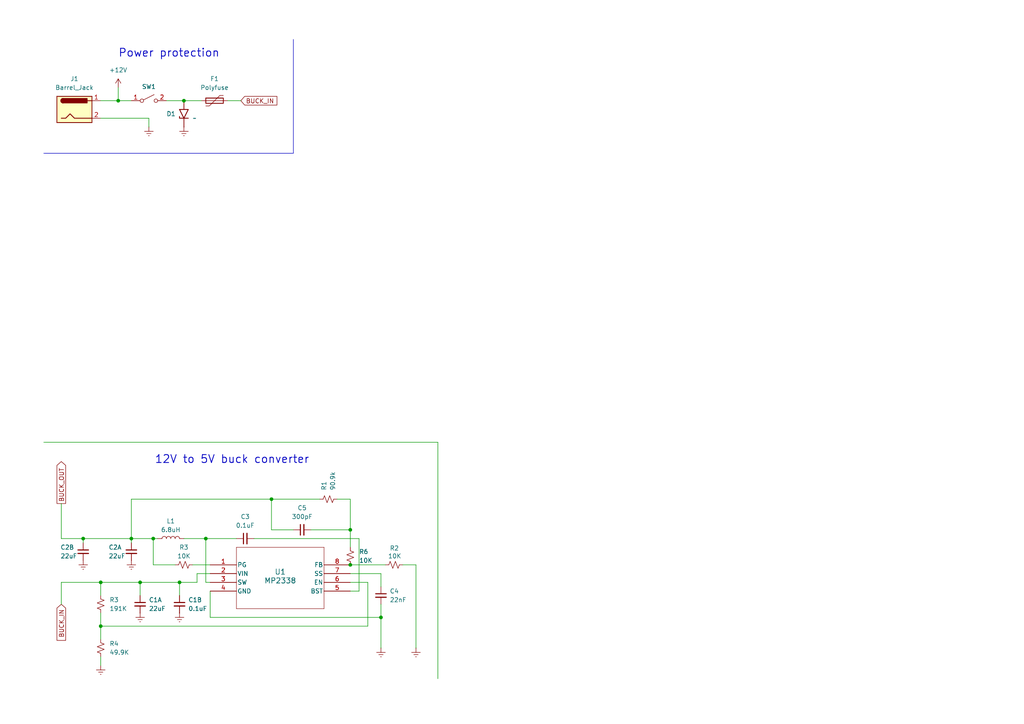
<source format=kicad_sch>
(kicad_sch (version 20250114) (generator "eeschema") (generator_version "9.0")
  (paper "A4")
  (title_block (title "LumenLab") (date "2025-08-31") (rev "v1") (comment 3 "Description: Interactive LED strip entertainment platform") (comment 4 "Author: Eric McDaniel"))
  (lib_symbols
    (symbol "1_Custom_MP2338:MP2338GTL-Z" (pin_names (offset 0.254))
      (property "Reference" "U" (at 20.32 10.16 0))
      (property "Value" "MP2338GTL-Z" (at 20.32 7.62 0))
      (symbol "MP2338GTL-Z_0_1"
        (polyline (pts (xy 7.62 5.08) (xy 7.62 -12.7)) (stroke (width 0.127)))
        (polyline (pts (xy 7.62 -12.7) (xy 33.02 -12.7)) (stroke (width 0.127)))
        (polyline (pts (xy 33.02 5.08) (xy 7.62 5.08)) (stroke (width 0.127)))
        (polyline (pts (xy 33.02 -12.7) (xy 33.02 5.08)) (stroke (width 0.127)))
        (pin output line (at 0 0 0) (length 7.62) (name "PG") (number "1"))
        (pin power_in line (at 0 -2.54 0) (length 7.62) (name "VIN") (number "2"))
        (pin output line (at 0 -5.08 0) (length 7.62) (name "SW") (number "3"))
        (pin power_in line (at 0 -7.62 0) (length 7.62) (name "GND") (number "4"))
        (pin output line (at 40.64 0 180) (length 7.62) (name "FB") (number "8"))
        (pin unspecified line (at 40.64 -2.54 180) (length 7.62) (name "SS") (number "7"))
        (pin input line (at 40.64 -5.08 180) (length 7.62) (name "EN") (number "6"))
        (pin power_in line (at 40.64 -7.62 180) (length 7.62) (name "BST") (number "5"))
      )
    )
    (symbol "Connector:Barrel_Jack" (pin_names (offset 1.016))
      (property "Reference" "J" (at 0 5.334 0))
      (property "Value" "Barrel_Jack" (at 0 -5.08 0))
      (symbol "Barrel_Jack_0_1"
        (rectangle (start -5.08 3.81) (end 5.08 -3.81) (stroke (width 0.254)) (fill (type background)))
        (polyline (pts (xy -3.81 -2.54) (xy -2.54 -2.54) (xy -1.27 -1.27) (xy 0 -2.54) (xy 2.54 -2.54) (xy 5.08 -2.54)) (stroke (width 0.254)))
        (arc (start -3.302 1.905) (mid -3.9343 2.54) (end -3.302 3.175) (stroke (width 0.254)))
        (arc (start -3.302 1.905) (mid -3.9343 2.54) (end -3.302 3.175) (stroke (width 0.254)) (fill (type outline)))
        (rectangle (start 3.683 3.175) (end -3.302 1.905) (stroke (width 0.254)) (fill (type outline)))
        (polyline (pts (xy 5.08 2.54) (xy 3.81 2.54)) (stroke (width 0.254)))
      )
      (symbol "Barrel_Jack_1_1"
        (pin passive line (at 7.62 2.54 180) (length 2.54) (name "~") (number "1"))
        (pin passive line (at 7.62 -2.54 180) (length 2.54) (name "~") (number "2"))
      )
    )
    (symbol "Device:C_Small" (pin_numbers (hide yes)) (pin_names (offset 0.254) (hide yes))
      (property "Reference" "C" (at 0.254 1.778 0))
      (property "Value" "C_Small" (at 0.254 -2.032 0))
      (symbol "C_Small_0_1"
        (polyline (pts (xy -1.524 0.508) (xy 1.524 0.508)) (stroke (width 0.3048)))
        (polyline (pts (xy -1.524 -0.508) (xy 1.524 -0.508)) (stroke (width 0.3302)))
      )
      (symbol "C_Small_1_1"
        (pin passive line (at 0 2.54 270) (length 2.032) (name "~") (number "1"))
        (pin passive line (at 0 -2.54 90) (length 2.032) (name "~") (number "2"))
      )
    )
    (symbol "Device:L" (pin_numbers (hide yes)) (pin_names (offset 1.016) (hide yes))
      (property "Reference" "L" (at -1.27 0 90))
      (property "Value" "L" (at 1.905 0 90))
      (symbol "L_0_1"
        (arc (start 0 2.54) (mid 0.6323 1.905) (end 0 1.27))
        (arc (start 0 1.27) (mid 0.6323 0.635) (end 0 0))
        (arc (start 0 0) (mid 0.6323 -0.635) (end 0 -1.27))
        (arc (start 0 -1.27) (mid 0.6323 -1.905) (end 0 -2.54))
      )
      (symbol "L_1_1"
        (pin passive line (at 0 3.81 270) (length 1.27) (name "1") (number "1"))
        (pin passive line (at 0 -3.81 90) (length 1.27) (name "2") (number "2"))
      )
    )
    (symbol "Device:Polyfuse" (pin_numbers (hide yes)) (pin_names (offset 0))
      (property "Reference" "F" (at -2.54 0 90))
      (property "Value" "Polyfuse" (at 2.54 0 90))
      (symbol "Polyfuse_0_1"
        (polyline (pts (xy -1.524 2.54) (xy -1.524 1.524) (xy 1.524 -1.524) (xy 1.524 -2.54)))
        (rectangle (start -0.762 2.54) (end 0.762 -2.54) (stroke (width 0.254)))
        (polyline (pts (xy 0 2.54) (xy 0 -2.54)))
      )
      (symbol "Polyfuse_1_1"
        (pin passive line (at 0 3.81 270) (length 1.27) (name "~") (number "1"))
        (pin passive line (at 0 -3.81 90) (length 1.27) (name "~") (number "2"))
      )
    )
    (symbol "Device:R_Small_US" (pin_numbers (hide yes)) (pin_names (offset 0.254) (hide yes))
      (property "Reference" "R" (at 0.762 0.508 0))
      (property "Value" "R_Small_US" (at 0.762 -1.016 0))
      (symbol "R_Small_US_1_1"
        (polyline (pts (xy 0 1.524) (xy 1.016 1.143) (xy 0 0.762) (xy -1.016 0.381) (xy 0 0)))
        (polyline (pts (xy 0 0) (xy 1.016 -0.381) (xy 0 -0.762) (xy -1.016 -1.143) (xy 0 -1.524)))
        (pin passive line (at 0 2.54 270) (length 1.016) (name "~") (number "1"))
        (pin passive line (at 0 -2.54 90) (length 1.016) (name "~") (number "2"))
      )
    )
    (symbol "Diode:1.5SMCxxA" (pin_numbers (hide yes)) (pin_names (offset 1.016) (hide yes))
      (property "Reference" "D" (at 0 2.54 0))
      (property "Value" "1.5SMCxxA" (at 0 -2.54 0))
      (symbol "1.5SMCxxA_0_1"
        (polyline (pts (xy -0.762 1.27) (xy -1.27 1.27) (xy -1.27 -1.27)) (stroke (width 0.254)))
        (polyline (pts (xy 1.27 1.27) (xy 1.27 -1.27) (xy -1.27 0) (xy 1.27 1.27)) (stroke (width 0.254)))
      )
      (symbol "1.5SMCxxA_1_1"
        (pin passive line (at -3.81 0 0) (length 2.54) (name "A1") (number "1"))
        (pin passive line (at 3.81 0 180) (length 2.54) (name "A2") (number "2"))
      )
    )
    (symbol "Switch:SW_SPST" (pin_names (offset 0) (hide yes))
      (property "Reference" "SW" (at 0 3.175 0))
      (property "Value" "SW_SPST" (at 0 -2.54 0))
      (symbol "SW_SPST_0_0"
        (circle (center -2.032 0) (radius 0.508))
        (polyline (pts (xy -1.524 0.254) (xy 1.524 1.778)))
        (circle (center 2.032 0) (radius 0.508))
      )
      (symbol "SW_SPST_1_1"
        (pin passive line (at -5.08 0 0) (length 2.54) (name "A") (number "1"))
        (pin passive line (at 5.08 0 180) (length 2.54) (name "B") (number "2"))
      )
    )
    (symbol "power:+12V" (power) (pin_numbers (hide yes)) (pin_names (offset 0) (hide yes))
      (property "Value" "+12V" (at 0 3.556 0))
      (symbol "+12V_0_1"
        (polyline (pts (xy -0.762 1.27) (xy 0 2.54)))
        (polyline (pts (xy 0 2.54) (xy 0.762 1.27)))
        (polyline (pts (xy 0 0) (xy 0 2.54)))
      )
      (symbol "+12V_1_1"
        (pin power_in line (at 0 0 90) (length 0) (name "~") (number "1"))
      )
    )
    (symbol "power:Earth" (power) (pin_numbers (hide yes)) (pin_names (offset 0) (hide yes))
      (property "Value" "Earth" (at 0 -3.81 0))
      (symbol "Earth_0_1"
        (polyline (pts (xy -0.635 -1.905) (xy 0.635 -1.905)))
        (polyline (pts (xy -0.127 -2.54) (xy 0.127 -2.54)))
        (polyline (pts (xy 0 -1.27) (xy 0 0)))
        (polyline (pts (xy 1.27 -1.27) (xy -1.27 -1.27)))
      )
      (symbol "Earth_1_1"
        (pin power_in line (at 0 0 270) (length 0) (name "~") (number "1"))
      )
    )
  )
  (text "12V to 5V buck converter" (at 67.31 133.35 0) (effects (font (size 2.286 2.286) (thickness 0.2381))))
  (text "Power protection" (at 49.022 15.494 0) (effects (font (size 2.286 2.286) (thickness 0.2381))))
  (junction (at 40.64 168.91))
  (junction (at 29.21 181.61))
  (junction (at 38.1 156.21))
  (junction (at 101.6 163.83))
  (junction (at 44.45 156.21))
  (junction (at 53.34 29.21))
  (junction (at 29.21 168.91))
  (junction (at 110.49 179.07))
  (junction (at 101.6 153.67))
  (junction (at 34.29 29.21))
  (junction (at 78.74 144.78))
  (junction (at 24.13 156.21))
  (junction (at 59.69 156.21))
  (junction (at 52.07 168.91))
  (wire (pts (xy 17.78 146.05) (xy 17.78 156.21)))
  (wire (pts (xy 38.1 156.21) (xy 44.45 156.21)))
  (wire (pts (xy 110.49 187.96) (xy 110.49 179.07)))
  (wire (pts (xy 110.49 175.26) (xy 110.49 179.07)))
  (wire (pts (xy 101.6 166.37) (xy 110.49 166.37)))
  (wire (pts (xy 29.21 29.21) (xy 34.29 29.21)))
  (wire (pts (xy 101.6 158.75) (xy 101.6 153.67)))
  (wire (pts (xy 38.1 144.78) (xy 38.1 156.21)))
  (wire (pts (xy 60.96 179.07) (xy 110.49 179.07)))
  (wire (pts (xy 59.69 156.21) (xy 59.69 168.91)))
  (wire (pts (xy 34.29 25.4) (xy 34.29 29.21)))
  (wire (pts (xy 17.78 175.26) (xy 17.78 168.91)))
  (wire (pts (xy 101.6 163.83) (xy 111.76 163.83)))
  (wire (pts (xy 78.74 144.78) (xy 92.71 144.78)))
  (wire (pts (xy 106.68 168.91) (xy 106.68 181.61)))
  (wire (pts (xy 29.21 168.91) (xy 40.64 168.91)))
  (wire (pts (xy 17.78 168.91) (xy 29.21 168.91)))
  (wire (pts (xy 73.66 156.21) (xy 104.14 156.21)))
  (wire (pts (xy 55.88 163.83) (xy 60.96 163.83)))
  (wire (pts (xy 101.6 153.67) (xy 101.6 144.78)))
  (wire (pts (xy 24.13 156.21) (xy 38.1 156.21)))
  (wire (pts (xy 29.21 172.72) (xy 29.21 168.91)))
  (wire (pts (xy 44.45 156.21) (xy 45.72 156.21)))
  (wire (pts (xy 48.26 29.21) (xy 53.34 29.21)))
  (wire (pts (xy 78.74 144.78) (xy 78.74 153.67)))
  (polyline (pts (xy 12.7 44.45) (xy 85.09 44.45)))
  (wire (pts (xy 29.21 181.61) (xy 29.21 185.42)))
  (wire (pts (xy 38.1 157.48) (xy 38.1 156.21)))
  (wire (pts (xy 104.14 171.45) (xy 104.14 156.21)))
  (wire (pts (xy 120.65 163.83) (xy 120.65 187.96)))
  (wire (pts (xy 60.96 179.07) (xy 60.96 171.45)))
  (wire (pts (xy 59.69 156.21) (xy 68.58 156.21)))
  (wire (pts (xy 40.64 172.72) (xy 40.64 168.91)))
  (wire (pts (xy 101.6 171.45) (xy 104.14 171.45)))
  (wire (pts (xy 17.78 156.21) (xy 24.13 156.21)))
  (wire (pts (xy 53.34 29.21) (xy 58.42 29.21)))
  (wire (pts (xy 57.15 166.37) (xy 60.96 166.37)))
  (wire (pts (xy 90.17 153.67) (xy 101.6 153.67)))
  (wire (pts (xy 127 196.85) (xy 127 128.27)))
  (wire (pts (xy 43.18 34.29) (xy 43.18 36.83)))
  (wire (pts (xy 57.15 166.37) (xy 57.15 168.91)))
  (wire (pts (xy 85.09 153.67) (xy 78.74 153.67)))
  (wire (pts (xy 29.21 190.5) (xy 29.21 193.04)))
  (wire (pts (xy 57.15 168.91) (xy 52.07 168.91)))
  (wire (pts (xy 66.04 29.21) (xy 69.85 29.21)))
  (wire (pts (xy 34.29 29.21) (xy 38.1 29.21)))
  (wire (pts (xy 50.8 163.83) (xy 44.45 163.83)))
  (wire (pts (xy 29.21 177.8) (xy 29.21 181.61)))
  (wire (pts (xy 127 128.27) (xy 12.7 128.27)))
  (wire (pts (xy 40.64 168.91) (xy 52.07 168.91)))
  (wire (pts (xy 24.13 157.48) (xy 24.13 156.21)))
  (wire (pts (xy 38.1 144.78) (xy 78.74 144.78)))
  (wire (pts (xy 52.07 168.91) (xy 52.07 172.72)))
  (polyline (pts (xy 85.09 11.43) (xy 85.09 44.45)))
  (wire (pts (xy 116.84 163.83) (xy 120.65 163.83)))
  (wire (pts (xy 53.34 156.21) (xy 59.69 156.21)))
  (wire (pts (xy 29.21 181.61) (xy 106.68 181.61)))
  (wire (pts (xy 101.6 168.91) (xy 106.68 168.91)))
  (wire (pts (xy 44.45 163.83) (xy 44.45 156.21)))
  (wire (pts (xy 29.21 34.29) (xy 43.18 34.29)))
  (wire (pts (xy 97.79 144.78) (xy 101.6 144.78)))
  (wire (pts (xy 110.49 166.37) (xy 110.49 170.18)))
  (wire (pts (xy 59.69 168.91) (xy 60.96 168.91)))
  (global_label "BUCK_IN" (shape input) (at 17.78 175.26 270) (property "Intersheetrefs" "${INTERSHEET_REFS}" (effects (hide yes))))
  (global_label "BUCK_IN" (shape input) (at 69.85 29.21 0) (property "Intersheetrefs" "${INTERSHEET_REFS}" (effects (hide yes))))
  (global_label "BUCK_OUT" (shape output) (at 17.78 146.05 90) (property "Intersheetrefs" "${INTERSHEET_REFS}" (effects (hide yes))))
  (symbol (lib_id "power:Earth") (at 120.65 187.96 0) (unit 1)
    (property "Reference" "#PWR09" (effects (hide yes)))
    (property "Value" "Earth" (effects (hide yes)))
    (property "Description" "Power symbol creates a global label with name \"Earth\"" (effects (hide yes)))
  )
  (symbol (lib_id "Device:R_Small_US") (at 53.34 163.83 90) (unit 1)
    (property "Reference" "R3" (at 53.34 158.75 90))
    (property "Value" "10K" (at 53.34 161.29 90))
    (property "Description" "Resistor, small US symbol" (effects (hide yes)))
  )
  (symbol (lib_id "Device:R_Small_US") (at 95.25 144.78 90) (unit 1)
    (property "Reference" "R1" (at 93.9799 142.24 0) (effects (justify left)))
    (property "Value" "90.9k" (at 96.5199 142.24 0) (effects (justify left)))
    (property "Description" "Resistor, small US symbol" (effects (hide yes)))
  )
  (symbol (lib_id "power:Earth") (at 29.21 193.04 0) (unit 1)
    (property "Reference" "#PWR06" (effects (hide yes)))
    (property "Value" "Earth" (effects (hide yes)))
    (property "Description" "Power symbol creates a global label with name \"Earth\"" (effects (hide yes)))
  )
  (symbol (lib_id "Device:C_Small") (at 71.12 156.21 90) (unit 1)
    (property "Reference" "C3" (at 71.1263 149.86 90))
    (property "Value" "0.1uF" (at 71.1263 152.4 90))
    (property "Description" "Unpolarized capacitor, small symbol" (effects (hide yes)))
  )
  (symbol (lib_id "1_Custom_MP2338:MP2338GTL-Z") (at 60.96 163.83 0) (unit 1)
    (property "Reference" "U1" (at 81.28 165.862 0) (effects (font (size 1.524 1.524))))
    (property "Value" "MP2338" (at 81.28 168.402 0) (effects (font (size 1.524 1.524))))
    (property "Footprint" "SOT583_MP2338_MNP" (effects (hide yes)))
    (property "Datasheet" "https://www.monolithicpower.com/en/documentview/productdocument/index/version/2/document_type/Datasheet/lang/en/sku/MP2338GTL" (effects (hide yes)))
  )
  (symbol (lib_id "Device:C_Small") (at 40.64 175.26 0) (unit 1)
    (property "Reference" "C1A" (at 43.18 173.9962 0) (effects (justify left)))
    (property "Value" "22uF" (at 43.18 176.5362 0) (effects (justify left)))
    (property "Description" "Unpolarized capacitor, small symbol" (effects (hide yes)))
  )
  (symbol (lib_id "power:Earth") (at 43.18 36.83 0) (unit 1)
    (property "Reference" "#PWR02" (effects (hide yes)))
    (property "Value" "Earth" (effects (hide yes)))
    (property "Description" "Power symbol creates a global label with name \"Earth\"" (effects (hide yes)))
  )
  (symbol (lib_id "power:Earth") (at 52.07 177.8 0) (unit 1)
    (property "Reference" "#PWR05" (effects (hide yes)))
    (property "Value" "Earth" (effects (hide yes)))
    (property "Description" "Power symbol creates a global label with name \"Earth\"" (effects (hide yes)))
  )
  (symbol (lib_id "Device:C_Small") (at 38.1 160.02 0) (unit 1)
    (property "Reference" "C2A" (at 31.496 158.75 0) (effects (justify left)))
    (property "Value" "22uF" (at 31.496 161.29 0) (effects (justify left)))
    (property "Description" "Unpolarized capacitor, small symbol" (effects (hide yes)))
  )
  (symbol (lib_id "power:Earth") (at 53.34 36.83 0) (unit 1)
    (property "Reference" "#PWR03" (effects (hide yes)))
    (property "Value" "Earth" (effects (hide yes)))
    (property "Description" "Power symbol creates a global label with name \"Earth\"" (effects (hide yes)))
  )
  (symbol (lib_id "Device:R_Small_US") (at 114.3 163.83 90) (unit 1)
    (property "Reference" "R2" (at 113.03 159.004 90) (effects (justify right)))
    (property "Value" "10K" (at 112.522 161.29 90) (effects (justify right)))
    (property "Description" "Resistor, small US symbol" (effects (hide yes)))
  )
  (symbol (lib_id "Device:Polyfuse") (at 62.23 29.21 90) (unit 1)
    (property "Reference" "F1" (at 62.23 22.86 90))
    (property "Value" "Polyfuse" (at 62.23 25.4 90))
    (property "Footprint" "Fuse:Fuse_1206_3216Metric" (effects (hide yes)))
    (property "Description" "Resettable fuse, polymeric positive temperature coefficient" (effects (hide yes)))
  )
  (symbol (lib_id "Device:R_Small_US") (at 29.21 175.26 0) (unit 1)
    (property "Reference" "R3" (at 31.75 173.9899 0) (effects (justify left)))
    (property "Value" "191K" (at 31.75 176.5299 0) (effects (justify left)))
    (property "Description" "Resistor, small US symbol" (effects (hide yes)))
  )
  (symbol (lib_id "Device:R_Small_US") (at 29.21 187.96 0) (unit 1)
    (property "Reference" "R4" (at 31.75 186.6899 0) (effects (justify left)))
    (property "Value" "49.9K" (at 31.75 189.2299 0) (effects (justify left)))
    (property "Description" "Resistor, small US symbol" (effects (hide yes)))
  )
  (symbol (lib_id "power:Earth") (at 40.64 177.8 0) (unit 1)
    (property "Reference" "#PWR04" (effects (hide yes)))
    (property "Value" "Earth" (effects (hide yes)))
    (property "Description" "Power symbol creates a global label with name \"Earth\"" (effects (hide yes)))
  )
  (symbol (lib_id "Device:C_Small") (at 87.63 153.67 90) (unit 1)
    (property "Reference" "C5" (at 87.6363 147.32 90))
    (property "Value" "300pF" (at 87.6363 149.86 90))
    (property "Description" "Unpolarized capacitor, small symbol" (effects (hide yes)))
  )
  (symbol (lib_id "power:+12V") (at 34.29 25.4 0) (unit 1)
    (property "Reference" "#PWR01" (effects (hide yes)))
    (property "Value" "+12V" (at 34.29 20.32 0))
    (property "Description" "Power symbol creates a global label with name \"+12V\"" (effects (hide yes)))
  )
  (symbol (lib_id "power:Earth") (at 38.1 162.56 0) (unit 1)
    (property "Reference" "#PWR08" (effects (hide yes)))
    (property "Value" "Earth" (effects (hide yes)))
    (property "Description" "Power symbol creates a global label with name \"Earth\"" (effects (hide yes)))
  )
  (symbol (lib_id "Connector:Barrel_Jack") (at 21.59 31.75 0) (unit 1)
    (property "Reference" "J1" (at 21.59 22.86 0))
    (property "Value" "Barrel_Jack" (at 21.59 25.4 0))
    (property "Description" "DC Barrel Jack" (effects (hide yes)))
  )
  (symbol (lib_id "Device:C_Small") (at 24.13 160.02 0) (unit 1)
    (property "Reference" "C2B" (at 17.526 158.75 0) (effects (justify left)))
    (property "Value" "22uF" (at 17.526 161.29 0) (effects (justify left)))
    (property "Description" "Unpolarized capacitor, small symbol" (effects (hide yes)))
  )
  (symbol (lib_id "Switch:SW_SPST") (at 43.18 29.21 0) (unit 1)
    (property "Reference" "SW1" (at 43.18 25.146 0))
    (property "Value" "SW_SPST" (effects (hide yes)))
    (property "Description" "Single Pole Single Throw (SPST) switch" (effects (hide yes)))
  )
  (symbol (lib_id "Device:L") (at 49.53 156.21 90) (unit 1)
    (property "Reference" "L1" (at 49.53 151.13 90))
    (property "Value" "6.8uH" (at 49.53 153.67 90))
    (property "Description" "Inductor" (effects (hide yes)))
  )
  (symbol (lib_id "Device:C_Small") (at 110.49 172.72 0) (unit 1)
    (property "Reference" "C4" (at 113.03 171.4562 0) (effects (justify left)))
    (property "Value" "22nF" (at 113.03 173.9962 0) (effects (justify left)))
    (property "Description" "Unpolarized capacitor, small symbol" (effects (hide yes)))
  )
  (symbol (lib_id "Device:R_Small_US") (at 101.6 161.29 0) (unit 1)
    (property "Reference" "R6" (at 104.14 160.0199 0) (effects (justify left)))
    (property "Value" "10K" (at 104.14 162.5599 0) (effects (justify left)))
    (property "Description" "Resistor, small US symbol" (effects (hide yes)))
  )
  (symbol (lib_id "Device:C_Small") (at 52.07 175.26 0) (unit 1)
    (property "Reference" "C1B" (at 54.61 173.9962 0) (effects (justify left)))
    (property "Value" "0.1uF" (at 54.61 176.5362 0) (effects (justify left)))
    (property "Description" "Unpolarized capacitor, small symbol" (effects (hide yes)))
  )
  (symbol (lib_id "power:Earth") (at 110.49 187.96 0) (unit 1)
    (property "Reference" "#PWR07" (effects (hide yes)))
    (property "Value" "Earth" (effects (hide yes)))
    (property "Description" "Power symbol creates a global label with name \"Earth\"" (effects (hide yes)))
  )
  (symbol (lib_id "power:Earth") (at 24.13 162.56 0) (unit 1)
    (property "Reference" "#PWR010" (effects (hide yes)))
    (property "Value" "Earth" (effects (hide yes)))
    (property "Description" "Power symbol creates a global label with name \"Earth\"" (effects (hide yes)))
  )
  (symbol (lib_id "Diode:1.5SMCxxA") (at 53.34 33.02 90) (unit 1)
    (property "Reference" "D1" (at 48.26 33.02 90) (effects (justify right)))
    (property "Value" "~" (at 55.88 34.2899 90) (effects (justify right)))
    (property "Footprint" "Diode_SMD:D_SMC" (effects (hide yes)))
    (property "Description" "1500W unidirectional TVS diode, SMC (DO-201AB)" (effects (hide yes)))
  )
)
</source>
